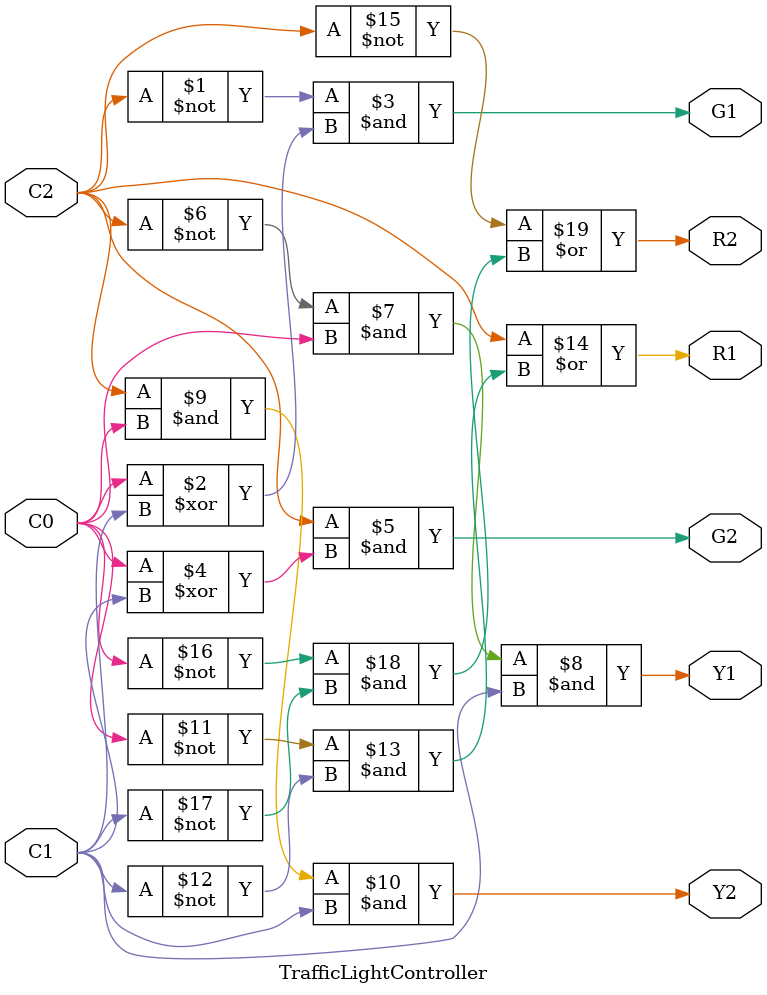
<source format=v>
`timescale 1ns / 1ps


module TrafficLightController(
    
    output G1, G2, Y1, Y2, R1, R2,
    
    input C1,
    input C2,
    input C0
    );
    
    assign G1 = ~(C2)&(C0^C1); // Green light 1
    assign G2 = (C2)&(C0^C1); // Green light 2
    
    assign Y1 = ~(C2)& C0 & C1; // Yellow light 1
    assign Y2 = (C2)& C0 & C1; // Yellow light 2
    
    assign R1 = C2 | ((~C0) & (~C1)); // Red light 1
    assign R2 = ~C2 | ((~C0) & (~C1)); // Red light 2
    
endmodule

</source>
